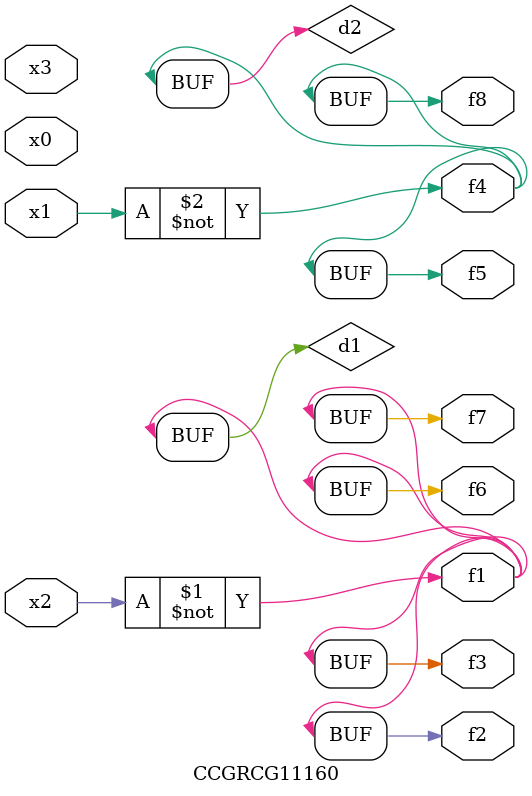
<source format=v>
module CCGRCG11160(
	input x0, x1, x2, x3,
	output f1, f2, f3, f4, f5, f6, f7, f8
);

	wire d1, d2;

	xnor (d1, x2);
	not (d2, x1);
	assign f1 = d1;
	assign f2 = d1;
	assign f3 = d1;
	assign f4 = d2;
	assign f5 = d2;
	assign f6 = d1;
	assign f7 = d1;
	assign f8 = d2;
endmodule

</source>
